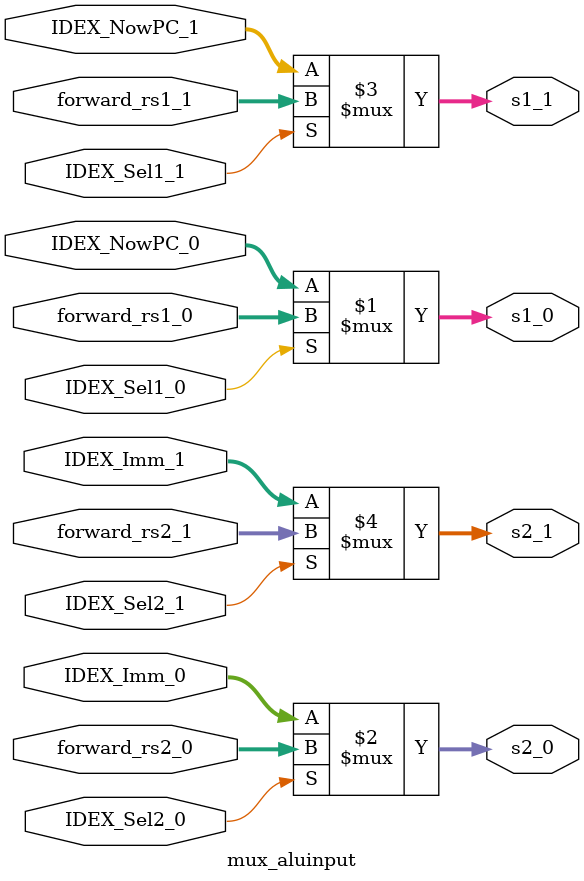
<source format=v>
/*
 * @Author: J-zenk
 * @Date:   2019-10-28 15:51
 * @Last Modified by: J-zenk
 * @Last Modified time: 2019-11-08 09:33:48
 * @Describe: mux_aluinput  module
 */
module mux_aluinput(
    input              IDEX_Sel1_0,
    input       [31:0] forward_rs1_0,
    input       [31:0] IDEX_NowPC_0,
    input              IDEX_Sel2_0,
    input       [31:0] forward_rs2_0,
    input       [31:0] IDEX_Imm_0,

    input              IDEX_Sel1_1,
    input       [31:0] forward_rs1_1,
    input       [31:0] IDEX_NowPC_1,
    input              IDEX_Sel2_1,
    input       [31:0] forward_rs2_1,
    input       [31:0] IDEX_Imm_1,

    output      [31:0] s1_0,
    output      [31:0] s2_0,

    output      [31:0] s1_1,
    output      [31:0] s2_1

);

assign s1_0 = IDEX_Sel1_0 ? forward_rs1_0 : IDEX_NowPC_0;
assign s2_0 = IDEX_Sel2_0 ? forward_rs2_0 : IDEX_Imm_0;

assign s1_1 = IDEX_Sel1_1 ? forward_rs1_1 : IDEX_NowPC_1;
assign s2_1 = IDEX_Sel2_1 ? forward_rs2_1 : IDEX_Imm_1;

endmodule
</source>
